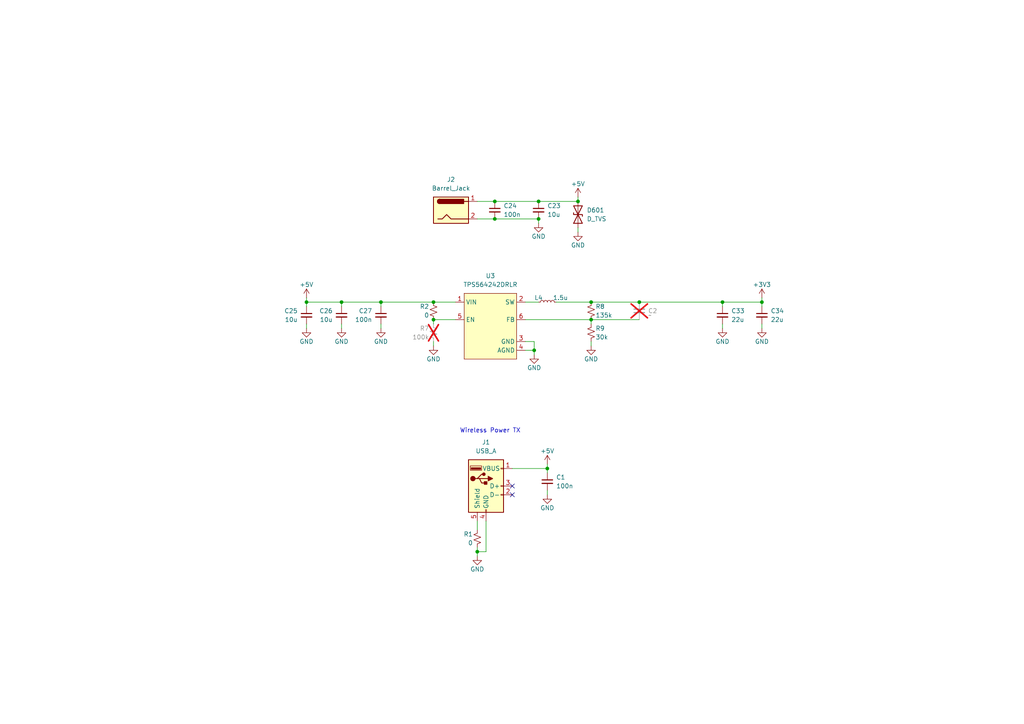
<source format=kicad_sch>
(kicad_sch (version 20230121) (generator eeschema)
  (paper "A4")
  (lib_symbols
    (symbol "Connector:Barrel_Jack" (pin_names (offset 1.016))
      (property "Reference" "J" (at 0 5.334 0))
      (property "Value" "Barrel_Jack" (at 0 -5.08 0))
      (symbol "Barrel_Jack_0_1"
        (rectangle (start -5.08 3.81) (end 5.08 -3.81) (stroke (width 0.254)) (fill (type background)))
        (arc (start -3.302 3.175) (mid -3.9343 2.54) (end -3.302 1.905) (stroke (width 0.254)))
        (arc (start -3.302 3.175) (mid -3.9343 2.54) (end -3.302 1.905) (stroke (width 0.254)) (fill (type outline)))
        (polyline (pts (xy 5.08 2.54) (xy 3.81 2.54)) (stroke (width 0.254)))
        (polyline (pts (xy -3.81 -2.54) (xy -2.54 -2.54) (xy -1.27 -1.27) (xy 0 -2.54) (xy 2.54 -2.54) (xy 5.08 -2.54)) (stroke (width 0.254)))
        (rectangle (start 3.683 3.175) (end -3.302 1.905) (stroke (width 0.254)) (fill (type outline)))
      )
      (symbol "Barrel_Jack_1_1"
        (pin passive line (at 7.62 2.54 180) (length 2.54) (name "~") (number "1"))
        (pin passive line (at 7.62 -2.54 180) (length 2.54) (name "~") (number "2"))
      )
    )
    (symbol "Connector:USB_A" (pin_names (offset 1.016))
      (property "Reference" "J" (at -5.08 11.43 0))
      (property "Value" "USB_A" (at -5.08 8.89 0))
      (symbol "USB_A_0_1"
        (rectangle (start -5.08 -7.62) (end 5.08 7.62) (stroke (width 0.254)) (fill (type background)))
        (circle (center -3.81 2.159) (radius 0.635) (stroke (width 0.254)) (fill (type outline)))
        (rectangle (start -1.524 4.826) (end -4.318 5.334) (fill (type outline)))
        (rectangle (start -1.27 4.572) (end -4.572 5.842))
        (circle (center -0.635 3.429) (radius 0.381) (stroke (width 0.254)) (fill (type outline)))
        (rectangle (start -0.127 -7.62) (end 0.127 -6.858))
        (polyline (pts (xy -3.175 2.159) (xy -2.54 2.159) (xy -1.27 3.429) (xy -0.635 3.429)) (stroke (width 0.254)))
        (polyline (pts (xy -2.54 2.159) (xy -1.905 2.159) (xy -1.27 0.889) (xy 0 0.889)) (stroke (width 0.254)))
        (polyline (pts (xy 0.635 2.794) (xy 0.635 1.524) (xy 1.905 2.159) (xy 0.635 2.794)) (stroke (width 0.254)) (fill (type outline)))
        (rectangle (start 0.254 1.27) (end -0.508 0.508) (stroke (width 0.254)) (fill (type outline)))
        (rectangle (start 5.08 -2.667) (end 4.318 -2.413))
        (rectangle (start 5.08 -0.127) (end 4.318 0.127))
        (rectangle (start 5.08 4.953) (end 4.318 5.207))
      )
      (symbol "USB_A_1_1"
        (polyline (pts (xy -1.905 2.159) (xy 0.635 2.159)) (stroke (width 0.254)))
        (pin power_in line (at 7.62 5.08 180) (length 2.54) (name "VBUS") (number "1"))
        (pin bidirectional line (at 7.62 -2.54 180) (length 2.54) (name "D-") (number "2"))
        (pin bidirectional line (at 7.62 0 180) (length 2.54) (name "D+") (number "3"))
        (pin power_in line (at 0 -10.16 90) (length 2.54) (name "GND") (number "4"))
        (pin passive line (at -2.54 -10.16 90) (length 2.54) (name "Shield") (number "5"))
      )
    )
    (symbol "Device:C_Small" (pin_numbers hide) (pin_names (offset 0.254) hide)
      (property "Reference" "C" (at 0.254 1.778 0))
      (property "Value" "C_Small" (at 0.254 -2.032 0))
      (symbol "C_Small_0_1"
        (polyline (pts (xy -1.524 -0.508) (xy 1.524 -0.508)) (stroke (width 0.3302)))
        (polyline (pts (xy -1.524 0.508) (xy 1.524 0.508)) (stroke (width 0.3048)))
      )
      (symbol "C_Small_1_1"
        (pin passive line (at 0 2.54 270) (length 2.032) (name "~") (number "1"))
        (pin passive line (at 0 -2.54 90) (length 2.032) (name "~") (number "2"))
      )
    )
    (symbol "Device:D_TVS" (pin_numbers hide) (pin_names (offset 1.016) hide)
      (property "Reference" "D" (at 0 2.54 0))
      (property "Value" "D_TVS" (at 0 -2.54 0))
      (symbol "D_TVS_0_1"
        (polyline (pts (xy 1.27 0) (xy -1.27 0)))
        (polyline (pts (xy 0.508 1.27) (xy 0 1.27) (xy 0 -1.27) (xy -0.508 -1.27)) (stroke (width 0.254)))
        (polyline (pts (xy -2.54 1.27) (xy -2.54 -1.27) (xy 2.54 1.27) (xy 2.54 -1.27) (xy -2.54 1.27)) (stroke (width 0.254)))
      )
      (symbol "D_TVS_1_1"
        (pin passive line (at -3.81 0 0) (length 2.54) (name "A1") (number "1"))
        (pin passive line (at 3.81 0 180) (length 2.54) (name "A2") (number "2"))
      )
    )
    (symbol "Device:L_Small" (pin_numbers hide) (pin_names (offset 0.254) hide)
      (property "Reference" "L" (at 0.762 1.016 0))
      (property "Value" "L_Small" (at 0.762 -1.016 0))
      (symbol "L_Small_0_1"
        (arc (start 0 -2.032) (mid 0.5058 -1.524) (end 0 -1.016))
        (arc (start 0 -1.016) (mid 0.5058 -0.508) (end 0 0))
        (arc (start 0 0) (mid 0.5058 0.508) (end 0 1.016))
        (arc (start 0 1.016) (mid 0.5058 1.524) (end 0 2.032))
      )
      (symbol "L_Small_1_1"
        (pin passive line (at 0 2.54 270) (length 0.508) (name "~") (number "1"))
        (pin passive line (at 0 -2.54 90) (length 0.508) (name "~") (number "2"))
      )
    )
    (symbol "Device:R_Small_US" (pin_numbers hide) (pin_names (offset 0.254) hide)
      (property "Reference" "R" (at 0.762 0.508 0))
      (property "Value" "R_Small_US" (at 0.762 -1.016 0))
      (symbol "R_Small_US_1_1"
        (polyline (pts (xy 0 0) (xy 1.016 -0.381) (xy 0 -0.762) (xy -1.016 -1.143) (xy 0 -1.524)))
        (polyline (pts (xy 0 1.524) (xy 1.016 1.143) (xy 0 0.762) (xy -1.016 0.381) (xy 0 0)))
        (pin passive line (at 0 2.54 270) (length 1.016) (name "~") (number "1"))
        (pin passive line (at 0 -2.54 90) (length 1.016) (name "~") (number "2"))
      )
    )
    (symbol "capstone:TPS564242DRLR"
      (property "Reference" "U" (at 0 13.97 0))
      (property "Value" "TPS564242DRLR" (at 0 11.43 0))
      (symbol "TPS564242DRLR_1_1"
        (rectangle (start -7.62 10.16) (end 7.62 -8.89) (fill (type background)))
        (pin power_in line (at -10.16 7.62 0) (length 2.54) (name "VIN") (number "1"))
        (pin power_out line (at 10.16 7.62 180) (length 2.54) (name "SW") (number "2"))
        (pin power_in line (at 10.16 -3.81 180) (length 2.54) (name "GND") (number "3"))
        (pin power_in line (at 10.16 -6.35 180) (length 2.54) (name "AGND") (number "4"))
        (pin input line (at -10.16 2.54 0) (length 2.54) (name "EN") (number "5"))
        (pin input line (at 10.16 2.54 180) (length 2.54) (name "FB") (number "6"))
      )
    )
    (symbol "power:+3V3" (power) (pin_names (offset 0))
      (property "Value" "+3V3" (at 0 3.556 0))
      (symbol "+3V3_0_1"
        (polyline (pts (xy -0.762 1.27) (xy 0 2.54)))
        (polyline (pts (xy 0 0) (xy 0 2.54)))
        (polyline (pts (xy 0 2.54) (xy 0.762 1.27)))
      )
      (symbol "+3V3_1_1"
        (pin power_in line (at 0 0 90) (length 0) hide (name "+3V3") (number "1"))
      )
    )
    (symbol "power:+5V" (power) (pin_names (offset 0))
      (property "Value" "+5V" (at 0 3.556 0))
      (symbol "+5V_0_1"
        (polyline (pts (xy -0.762 1.27) (xy 0 2.54)))
        (polyline (pts (xy 0 0) (xy 0 2.54)))
        (polyline (pts (xy 0 2.54) (xy 0.762 1.27)))
      )
      (symbol "+5V_1_1"
        (pin power_in line (at 0 0 90) (length 0) hide (name "+5V") (number "1"))
      )
    )
    (symbol "power:GND" (power) (pin_names (offset 0))
      (property "Value" "GND" (at 0 -3.81 0))
      (symbol "GND_0_1"
        (polyline (pts (xy 0 0) (xy 0 -1.27) (xy 1.27 -1.27) (xy 0 -2.54) (xy -1.27 -1.27) (xy 0 -1.27)))
      )
      (symbol "GND_1_1"
        (pin power_in line (at 0 0 270) (length 0) hide (name "GND") (number "1"))
      )
    )
  )
  (junction (at 125.73 92.71))
  (junction (at 156.21 63.5))
  (junction (at 138.43 160.02))
  (junction (at 143.51 63.5))
  (junction (at 167.64 58.42))
  (junction (at 171.45 87.63))
  (junction (at 209.55 87.63))
  (junction (at 125.73 87.63))
  (junction (at 143.51 58.42))
  (junction (at 154.94 101.6))
  (junction (at 158.75 135.89))
  (junction (at 156.21 58.42))
  (junction (at 88.9 87.63))
  (junction (at 110.49 87.63))
  (junction (at 220.98 87.63))
  (junction (at 185.42 87.63))
  (junction (at 171.45 92.71))
  (junction (at 99.06 87.63))
  (no_connect (at 148.59 143.51))
  (no_connect (at 148.59 140.97))
  (wire (pts (xy 138.43 160.02) (xy 138.43 158.75)))
  (wire (pts (xy 152.4 87.63) (xy 156.21 87.63)))
  (wire (pts (xy 143.51 63.5) (xy 156.21 63.5)))
  (wire (pts (xy 125.73 99.06) (xy 125.73 100.33)))
  (wire (pts (xy 158.75 135.89) (xy 158.75 137.16)))
  (wire (pts (xy 220.98 93.98) (xy 220.98 95.25)))
  (wire (pts (xy 140.97 151.13) (xy 140.97 160.02)))
  (wire (pts (xy 110.49 87.63) (xy 110.49 88.9)))
  (wire (pts (xy 209.55 93.98) (xy 209.55 95.25)))
  (wire (pts (xy 220.98 86.36) (xy 220.98 87.63)))
  (wire (pts (xy 152.4 99.06) (xy 154.94 99.06)))
  (wire (pts (xy 88.9 87.63) (xy 88.9 88.9)))
  (wire (pts (xy 158.75 142.24) (xy 158.75 143.51)))
  (wire (pts (xy 167.64 58.42) (xy 167.64 57.15)))
  (wire (pts (xy 171.45 92.71) (xy 185.42 92.71)))
  (wire (pts (xy 143.51 58.42) (xy 156.21 58.42)))
  (wire (pts (xy 140.97 160.02) (xy 138.43 160.02)))
  (wire (pts (xy 99.06 93.98) (xy 99.06 95.25)))
  (wire (pts (xy 138.43 161.29) (xy 138.43 160.02)))
  (wire (pts (xy 99.06 87.63) (xy 99.06 88.9)))
  (wire (pts (xy 185.42 87.63) (xy 209.55 87.63)))
  (wire (pts (xy 88.9 87.63) (xy 99.06 87.63)))
  (wire (pts (xy 138.43 58.42) (xy 143.51 58.42)))
  (wire (pts (xy 171.45 99.06) (xy 171.45 100.33)))
  (wire (pts (xy 154.94 101.6) (xy 154.94 102.87)))
  (wire (pts (xy 148.59 135.89) (xy 158.75 135.89)))
  (wire (pts (xy 152.4 92.71) (xy 171.45 92.71)))
  (wire (pts (xy 125.73 87.63) (xy 132.08 87.63)))
  (wire (pts (xy 156.21 64.77) (xy 156.21 63.5)))
  (wire (pts (xy 209.55 87.63) (xy 209.55 88.9)))
  (wire (pts (xy 125.73 93.98) (xy 125.73 92.71)))
  (wire (pts (xy 88.9 93.98) (xy 88.9 95.25)))
  (wire (pts (xy 161.29 87.63) (xy 171.45 87.63)))
  (wire (pts (xy 171.45 87.63) (xy 185.42 87.63)))
  (wire (pts (xy 88.9 86.36) (xy 88.9 87.63)))
  (wire (pts (xy 220.98 87.63) (xy 209.55 87.63)))
  (wire (pts (xy 152.4 101.6) (xy 154.94 101.6)))
  (wire (pts (xy 125.73 92.71) (xy 132.08 92.71)))
  (wire (pts (xy 99.06 87.63) (xy 110.49 87.63)))
  (wire (pts (xy 171.45 93.98) (xy 171.45 92.71)))
  (wire (pts (xy 158.75 135.89) (xy 158.75 134.62)))
  (wire (pts (xy 167.64 66.04) (xy 167.64 67.31)))
  (wire (pts (xy 167.64 58.42) (xy 156.21 58.42)))
  (wire (pts (xy 138.43 63.5) (xy 143.51 63.5)))
  (wire (pts (xy 220.98 87.63) (xy 220.98 88.9)))
  (wire (pts (xy 110.49 93.98) (xy 110.49 95.25)))
  (wire (pts (xy 110.49 87.63) (xy 125.73 87.63)))
  (wire (pts (xy 154.94 99.06) (xy 154.94 101.6)))
  (wire (pts (xy 138.43 151.13) (xy 138.43 153.67)))
  (text "Wireless Power TX" (at 133.35 125.73 0) (effects (font (size 1.27 1.27)) (justify left bottom)))
  (symbol (lib_id "power:GND") (at 167.64 67.31 0) (unit 1)
    (property "Reference" "#PWR011" (effects hide))
    (property "Value" "GND" (at 167.64 71.12 0))
  )
  (symbol (lib_id "Device:C_Small") (at 220.98 91.44 0) (unit 1)
    (property "Reference" "C34" (at 223.52 90.1763 0) (effects (justify left)))
    (property "Value" "22u" (at 223.52 92.7163 0) (effects (justify left)))
  )
  (symbol (lib_id "power:GND") (at 125.73 100.33 0) (unit 1)
    (property "Reference" "#PWR016" (effects hide))
    (property "Value" "GND" (at 125.73 104.14 0))
  )
  (symbol (lib_id "Device:R_Small_US") (at 171.45 96.52 0) (mirror y) (unit 1)
    (property "Reference" "R9" (at 172.72 95.25 0) (effects (justify right)))
    (property "Value" "30k" (at 172.72 97.79 0) (effects (justify right)))
  )
  (symbol (lib_id "Device:C_Small") (at 185.42 90.17 180) (unit 1) (dnp yes)
    (property "Reference" "C2" (at 187.96 90.1636 0) (effects (justify right)))
    (property "Value" "~" (at 187.96 91.4336 0) (effects (justify right)))
  )
  (symbol (lib_id "Device:C_Small") (at 209.55 91.44 0) (unit 1)
    (property "Reference" "C33" (at 212.09 90.1763 0) (effects (justify left)))
    (property "Value" "22u" (at 212.09 92.7163 0) (effects (justify left)))
  )
  (symbol (lib_id "Device:L_Small") (at 158.75 87.63 90) (unit 1)
    (property "Reference" "L4" (at 156.21 86.36 90))
    (property "Value" "1.5u" (at 162.56 86.36 90))
    (property "LCSC" "C168024" (effects hide))
  )
  (symbol (lib_id "Device:C_Small") (at 158.75 139.7 0) (unit 1)
    (property "Reference" "C1" (at 161.29 138.43 0) (effects (justify left)))
    (property "Value" "100n" (at 161.29 140.9763 0) (effects (justify left)))
  )
  (symbol (lib_id "Device:C_Small") (at 88.9 91.44 0) (unit 1)
    (property "Reference" "C25" (at 86.36 90.1763 0) (effects (justify right)))
    (property "Value" "10u" (at 86.36 92.7163 0) (effects (justify right)))
  )
  (symbol (lib_id "power:+5V") (at 88.9 86.36 0) (unit 1)
    (property "Reference" "#PWR012" (effects hide))
    (property "Value" "+5V" (at 88.9 82.55 0))
  )
  (symbol (lib_id "Device:R_Small_US") (at 138.43 156.21 0) (mirror y) (unit 1)
    (property "Reference" "R1" (at 137.16 154.94 0) (effects (justify left)))
    (property "Value" "0" (at 137.16 157.48 0) (effects (justify left)))
  )
  (symbol (lib_id "power:GND") (at 209.55 95.25 0) (unit 1)
    (property "Reference" "#PWR029" (effects hide))
    (property "Value" "GND" (at 209.55 99.06 0))
  )
  (symbol (lib_id "power:+5V") (at 158.75 134.62 0) (unit 1)
    (property "Reference" "#PWR03" (effects hide))
    (property "Value" "+5V" (at 158.75 130.81 0))
  )
  (symbol (lib_id "power:GND") (at 158.75 143.51 0) (unit 1)
    (property "Reference" "#PWR04" (effects hide))
    (property "Value" "GND" (at 158.75 147.32 0))
  )
  (symbol (lib_id "Device:R_Small_US") (at 125.73 90.17 0) (unit 1)
    (property "Reference" "R2" (at 124.46 88.9 0) (effects (justify right)))
    (property "Value" "0" (at 124.46 91.44 0) (effects (justify right)))
  )
  (symbol (lib_id "capstone:TPS564242DRLR") (at 142.24 95.25 0) (unit 1)
    (property "Reference" "U3" (at 142.24 80.01 0))
    (property "Value" "TPS564242DRLR" (at 142.24 82.55 0))
    (property "Footprint" "Package_TO_SOT_SMD:SOT-563" (effects hide))
    (property "Datasheet" "https://www.ti.com/lit/ds/symlink/tps564242.pdf?ts=1704720987412&ref_url=https%253A%252F%252Fwww.google.com%252F" (effects hide))
    (property "LCSC" "C5219267" (effects hide))
  )
  (symbol (lib_id "power:GND") (at 220.98 95.25 0) (unit 1)
    (property "Reference" "#PWR032" (effects hide))
    (property "Value" "GND" (at 220.98 99.06 0))
  )
  (symbol (lib_id "Connector:Barrel_Jack") (at 130.81 60.96 0) (unit 1)
    (property "Reference" "J2" (at 130.81 52.07 0))
    (property "Value" "Barrel_Jack" (at 130.81 54.61 0))
  )
  (symbol (lib_id "power:GND") (at 138.43 161.29 0) (unit 1)
    (property "Reference" "#PWR02" (effects hide))
    (property "Value" "GND" (at 138.43 165.1 0))
  )
  (symbol (lib_id "Device:C_Small") (at 99.06 91.44 0) (unit 1)
    (property "Reference" "C26" (at 96.52 90.1763 0) (effects (justify right)))
    (property "Value" "10u" (at 96.52 92.7163 0) (effects (justify right)))
  )
  (symbol (lib_id "Connector:USB_A") (at 140.97 140.97 0) (unit 1)
    (property "Reference" "J1" (at 140.97 128.27 0))
    (property "Value" "USB_A" (at 140.97 130.81 0))
    (property "Datasheet" " ~" (effects hide))
  )
  (symbol (lib_id "power:+3V3") (at 220.98 86.36 0) (unit 1)
    (property "Reference" "#PWR0604" (effects hide))
    (property "Value" "+3V3" (at 220.98 82.55 0))
  )
  (symbol (lib_id "power:GND") (at 88.9 95.25 0) (mirror y) (unit 1)
    (property "Reference" "#PWR013" (effects hide))
    (property "Value" "GND" (at 88.9 99.06 0))
  )
  (symbol (lib_id "power:GND") (at 99.06 95.25 0) (mirror y) (unit 1)
    (property "Reference" "#PWR014" (effects hide))
    (property "Value" "GND" (at 99.06 99.06 0))
  )
  (symbol (lib_id "power:GND") (at 110.49 95.25 0) (mirror y) (unit 1)
    (property "Reference" "#PWR015" (effects hide))
    (property "Value" "GND" (at 110.49 99.06 0))
  )
  (symbol (lib_id "Device:C_Small") (at 110.49 91.44 0) (unit 1)
    (property "Reference" "C27" (at 107.95 90.1763 0) (effects (justify right)))
    (property "Value" "100n" (at 107.95 92.7163 0) (effects (justify right)))
  )
  (symbol (lib_id "Device:R_Small_US") (at 171.45 90.17 0) (mirror y) (unit 1)
    (property "Reference" "R8" (at 172.72 88.9 0) (effects (justify right)))
    (property "Value" "135k" (at 172.72 91.44 0) (effects (justify right)))
  )
  (symbol (lib_id "Device:R_Small_US") (at 125.73 96.52 0) (unit 1) (dnp yes)
    (property "Reference" "R7" (at 124.46 95.25 0) (effects (justify right)))
    (property "Value" "100k" (at 124.46 97.79 0) (effects (justify right)))
  )
  (symbol (lib_id "power:GND") (at 156.21 64.77 0) (unit 1)
    (property "Reference" "#PWR0624" (effects hide))
    (property "Value" "GND" (at 156.21 68.58 0))
  )
  (symbol (lib_id "Device:C_Small") (at 156.21 60.96 0) (unit 1)
    (property "Reference" "C23" (at 158.75 59.6963 0) (effects (justify left)))
    (property "Value" "10u" (at 158.75 62.2363 0) (effects (justify left)))
  )
  (symbol (lib_id "power:GND") (at 171.45 100.33 0) (mirror y) (unit 1)
    (property "Reference" "#PWR028" (effects hide))
    (property "Value" "GND" (at 171.45 104.14 0))
  )
  (symbol (lib_id "power:GND") (at 154.94 102.87 0) (unit 1)
    (property "Reference" "#PWR017" (effects hide))
    (property "Value" "GND" (at 154.94 106.68 0))
  )
  (symbol (lib_id "Device:C_Small") (at 143.51 60.96 0) (unit 1)
    (property "Reference" "C24" (at 146.05 59.6963 0) (effects (justify left)))
    (property "Value" "100n" (at 146.05 62.2363 0) (effects (justify left)))
  )
  (symbol (lib_id "power:+5V") (at 167.64 57.15 0) (unit 1)
    (property "Reference" "#PWR01" (effects hide))
    (property "Value" "+5V" (at 167.64 53.34 0))
  )
  (symbol (lib_id "Device:D_TVS") (at 167.64 62.23 90) (unit 1)
    (property "Reference" "D601" (at 170.18 60.96 90) (effects (justify right)))
    (property "Value" "D_TVS" (at 170.18 63.5 90) (effects (justify right)))
  )
)
</source>
